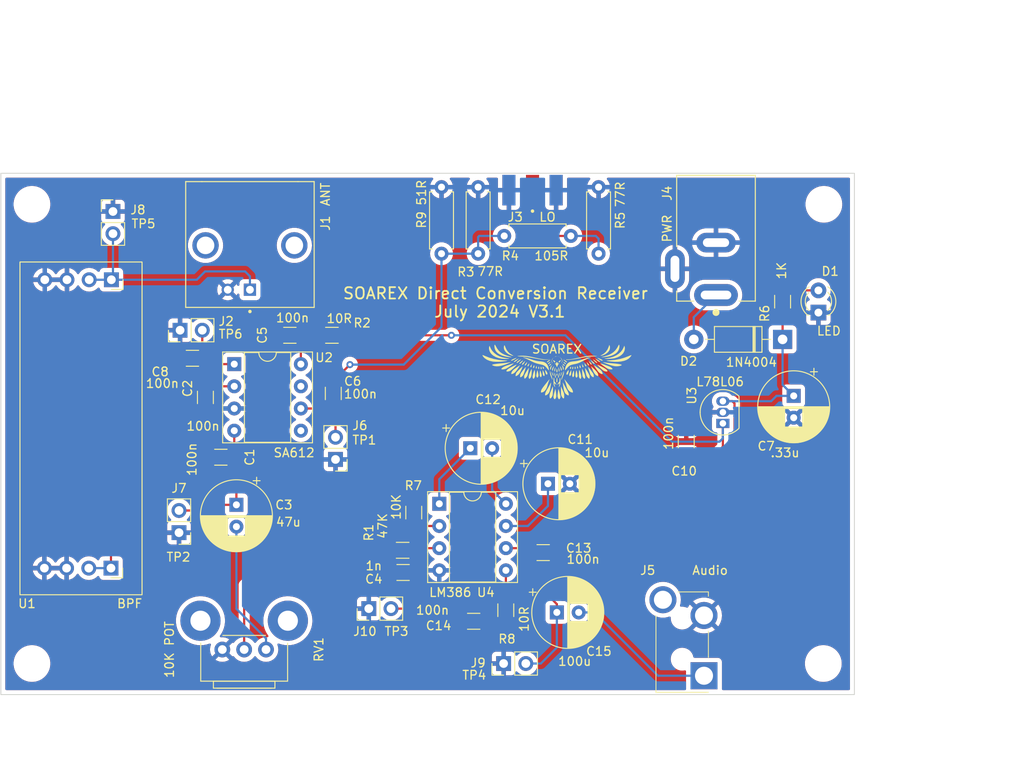
<source format=kicad_pcb>
(kicad_pcb (version 20211014) (generator pcbnew)
  (layers (0 "F.Cu" signal) (31 "B.Cu" signal) (34 "B.Paste" user) (35 "F.Paste" user) (36 "B.SilkS" user "B.Silkscreen") (37 "F.SilkS" user "F.Silkscreen") (38 "B.Mask" user) (39 "F.Mask" user) (44 "Edge.Cuts" user))
  (net 0 "")
  (net 1 "Net-(C1-Pad1)")
  (net 2 "GND")
  (net 3 "Net-(C2-Pad1)")
  (net 4 "Net-(C3-Pad2)")
  (net 5 "Net-(C4-Pad1)")
  (net 6 "Net-(C5-Pad1)")
  (net 7 "Net-(C6-Pad1)")
  (net 8 "12V")
  (net 9 "RX6V")
  (net 10 "Net-(D1-Pad2)")
  (net 11 "Net-(D2-Pad2)")
  (net 12 "Net-(C6-Pad2)")
  (net 13 "Net-(J1-Pad1)")
  (net 14 "Net-(J3-Pad1)")
  (net 15 "Net-(R1-Pad1)")
  (net 16 "Net-(C8-Pad1)")
  (net 19 "Net-(C11-Pad1)")
  (net 20 "Net-(C12-Pad1)")
  (net 21 "Net-(C12-Pad2)")
  (net 22 "Net-(C14-Pad1)")
  (net 23 "Net-(C15-Pad1)")
  (net 24 "Net-(C15-Pad2)")
  (net 25 "Net-(R7-Pad2)")
  (net 27 "Net-(C8-Pad2)")
  (footprint "Connector_PinHeader_2.54mm:PinHeader_1x02_P2.54mm_Vertical" (layer "F.Cu") (at 140.716 101.6 90)
    (fp_text reference "J10" (at -2.6035 -0.4445 180) (layer "F.SilkS"))
    (fp_text value "TP3" (at -2.6035 3.175 180) (layer "F.SilkS"))
    (pad "1" thru_hole rect (at 0 0 90) (size 1.7 1.7) (drill 1) (layers *.Cu *.Mask) (net 2 "GND"))
    (pad "2" thru_hole oval (at 0 2.54 90) (size 1.7 1.7) (drill 1) (layers *.Cu *.Mask) (net 5 "Net-(C4-Pad1)"))
  )
  (footprint "Capacitor_THT:CP_Radial_D8.0mm_P2.50mm" (layer "F.Cu") (at 189.3335 77.240349 -90)
    (fp_text reference "C7" (at 5.754151 3.1515 -180) (layer "F.SilkS"))
    (fp_text value ".33u" (at 6.516151 0.9925 -180) (layer "F.SilkS"))
    (pad "1" thru_hole rect (at 0 0 270) (size 1.6 1.6) (drill 0.8) (layers *.Cu *.Mask) (net 8 "12V"))
    (pad "2" thru_hole circle (at 2.5 0 270) (size 1.6 1.6) (drill 0.8) (layers *.Cu *.Mask) (net 2 "GND"))
  )
  (footprint "Capacitor_THT:CP_Radial_D8.0mm_P2.50mm" (layer "F.Cu") (at 161.2165 87.3025)
    (fp_text reference "C11" (at 3.692651 -5.08) (layer "F.SilkS"))
    (fp_text value "10u" (at 5.598 -3.546) (layer "F.SilkS"))
    (pad "1" thru_hole rect (at 0 0) (size 1.6 1.6) (drill 0.8) (layers *.Cu *.Mask) (net 19 "Net-(C11-Pad1)"))
    (pad "2" thru_hole circle (at 2.5 0) (size 1.6 1.6) (drill 0.8) (layers *.Cu *.Mask) (net 2 "GND"))
  )
  (footprint "Capacitor_SMD:C_1206_3216Metric" (layer "F.Cu") (at 120.5357 72.9361)
    (fp_text reference "C8" (at -3.6957 1.5494 180) (layer "F.SilkS"))
    (fp_text value "100n" (at -3.4417 2.8829) (layer "F.SilkS"))
    (pad "1" smd roundrect (at -1.475 0) (size 1.15 1.8) (layers "F.Cu" "F.Paste" "F.Mask") (roundrect_rratio 0.2173913043) (net 16 "Net-(C8-Pad1)"))
    (pad "2" smd roundrect (at 1.475 0) (size 1.15 1.8) (layers "F.Cu" "F.Paste" "F.Mask") (roundrect_rratio 0.2173913043) (net 27 "Net-(C8-Pad2)"))
  )
  (footprint "Custom_RF:CUI_PJ-002A" (layer "F.Cu") (at 180.4435 65.693 90)
    (fp_text reference "J4" (at 11.6545 -5.588 90) (layer "F.SilkS") (effects (font (size 1.000827 1.000827))))
    (fp_text value "PWR" (at 7.62 -5.588 90) (layer "F.SilkS") (effects (font (size 1.001181 1.001181))))
    (pad "1" thru_hole oval (at 0 0 90) (size 2.5 5) (drill oval 1 3.5) (layers *.Cu *.Mask) (net 11 "Net-(D2-Pad2)"))
    (pad "2" thru_hole oval (at 6 0 90) (size 2.25 4.5) (drill oval 1 3) (layers *.Cu *.Mask) (net 2 "GND"))
    (pad "3" thru_hole oval (at 3 -4.7 90) (size 4.5 2.25) (drill oval 3 1) (layers *.Cu *.Mask) (net 2 "GND"))
  )
  (footprint "Resistor_SMD:R_1206_3216Metric" (layer "F.Cu") (at 145.859151 90.6045 -90)
    (fp_text reference "R7" (at -3.0888 0.050451 180) (layer "F.SilkS"))
    (fp_text value "10K" (at -0.6504 2.006251 -90) (layer "F.SilkS"))
    (pad "1" smd roundrect (at -1.4625 0 270) (size 1.125 1.75) (layers "F.Cu" "F.Paste" "F.Mask") (roundrect_rratio 0.2222222222) (net 2 "GND"))
    (pad "2" smd roundrect (at 1.4625 0 270) (size 1.125 1.75) (layers "F.Cu" "F.Paste" "F.Mask") (roundrect_rratio 0.2222222222) (net 25 "Net-(R7-Pad2)"))
  )
  (footprint "Resistor_THT:R_Axial_DIN0207_L6.3mm_D2.5mm_P7.62mm_Horizontal" (layer "F.Cu") (at 156.21 58.928)
    (fp_text reference "R4" (at 0.6985 2.286) (layer "F.SilkS"))
    (fp_text value "105R" (at 5.3975 2.286) (layer "F.SilkS"))
    (pad "1" thru_hole circle (at 0 0) (size 1.6 1.6) (drill 0.8) (layers *.Cu *.Mask) (net 7 "Net-(C6-Pad1)"))
    (pad "2" thru_hole oval (at 7.62 0) (size 1.6 1.6) (drill 0.8) (layers *.Cu *.Mask) (net 14 "Net-(J3-Pad1)"))
  )
  (footprint "Resistor_THT:R_Axial_DIN0207_L6.3mm_D2.5mm_P7.62mm_Horizontal" (layer "F.Cu") (at 149.0345 60.96 90)
    (fp_text reference "R9" (at 3.8735 -2.286 90) (layer "F.SilkS"))
    (fp_text value "51R" (at 6.985 -2.286 90) (layer "F.SilkS"))
    (pad "1" thru_hole circle (at 0 0 90) (size 1.6 1.6) (drill 0.8) (layers *.Cu *.Mask) (net 7 "Net-(C6-Pad1)"))
    (pad "2" thru_hole oval (at 7.62 0 90) (size 1.6 1.6) (drill 0.8) (layers *.Cu *.Mask) (net 2 "GND"))
  )
  (footprint "Capacitor_SMD:C_1206_3216Metric" (layer "F.Cu") (at 122.0189 77.4165 -90)
    (fp_text reference "C2" (at -1.026 2.042 -90) (layer "F.SilkS"))
    (fp_text value "100n" (at 3.292 0.264 180) (layer "F.SilkS"))
    (pad "1" smd roundrect (at -1.475 0 270) (size 1.15 1.8) (layers "F.Cu" "F.Paste" "F.Mask") (roundrect_rratio 0.2173913043) (net 3 "Net-(C2-Pad1)"))
    (pad "2" smd roundrect (at 1.475 0 270) (size 1.15 1.8) (layers "F.Cu" "F.Paste" "F.Mask") (roundrect_rratio 0.2173913043) (net 2 "GND"))
  )
  (footprint "MountingHole:MountingHole_3.2mm_M3" (layer "F.Cu") (at 192.786 55.3085)
    (fp_text reference "H4" hide)
    (fp_text value "MountingHole" hide)
    (pad "" np_thru_hole circle (at 0 0) (size 3.2 3.2) (drill 3.2) (layers *.Cu *.Mask))
  )
  (footprint "MountingHole:MountingHole_3.2mm_M3" (layer "F.Cu") (at 192.7225 107.8865)
    (fp_text reference "H3" hide)
    (fp_text value "MountingHole" hide)
    (pad "" np_thru_hole circle (at 0 0) (size 3.2 3.2) (drill 3.2) (layers *.Cu *.Mask))
  )
  (footprint "Package_DIP:DIP-8_W7.62mm_Socket" (layer "F.Cu") (at 148.7805 89.5985)
    (fp_text reference "U4" (at 5.324 10.15) (layer "F.SilkS"))
    (fp_text value "LM386" (at 1.26 10.15) (layer "F.SilkS"))
    (pad "1" thru_hole rect (at 0 0) (size 1.6 1.6) (drill 0.8) (layers *.Cu *.Mask) (net 20 "Net-(C12-Pad1)"))
    (pad "2" thru_hole oval (at 0 2.54) (size 1.6 1.6) (drill 0.8) (layers *.Cu *.Mask) (net 25 "Net-(R7-Pad2)"))
    (pad "3" thru_hole oval (at 0 5.08) (size 1.6 1.6) (drill 0.8) (layers *.Cu *.Mask) (net 5 "Net-(C4-Pad1)"))
    (pad "4" thru_hole oval (at 0 7.62) (size 1.6 1.6) (drill 0.8) (layers *.Cu *.Mask) (net 2 "GND"))
    (pad "5" thru_hole oval (at 7.62 7.62) (size 1.6 1.6) (drill 0.8) (layers *.Cu *.Mask) (net 23 "Net-(C15-Pad1)"))
    (pad "6" thru_hole oval (at 7.62 5.08) (size 1.6 1.6) (drill 0.8) (layers *.Cu *.Mask) (net 8 "12V"))
    (pad "7" thru_hole oval (at 7.62 2.54) (size 1.6 1.6) (drill 0.8) (layers *.Cu *.Mask) (net 19 "Net-(C11-Pad1)"))
    (pad "8" thru_hole oval (at 7.62 0) (size 1.6 1.6) (drill 0.8) (layers *.Cu *.Mask) (net 21 "Net-(C12-Pad2)"))
  )
  (footprint "MountingHole:MountingHole_3.2mm_M3" (layer "F.Cu") (at 102.1715 107.8865)
    (fp_text reference "H2" hide)
    (fp_text value "MountingHole" hide)
    (pad "" np_thru_hole circle (at 0 0) (size 3.2 3.2) (drill 3.2) (layers *.Cu *.Mask))
  )
  (footprint "Package_TO_SOT_THT:TO-92_Inline" (layer "F.Cu") (at 181.229 80.391 90)
    (fp_text reference "U3" (at 3.175 -3.556 90) (layer "F.SilkS"))
    (fp_text value "L78L06" (at 4.7625 -0.3175 180) (layer "F.SilkS"))
    (pad "1" thru_hole rect (at 0 0 90) (size 1.05 1.5) (drill 0.75) (layers *.Cu *.Mask) (net 9 "RX6V"))
    (pad "2" thru_hole oval (at 1.27 0 90) (size 1.05 1.5) (drill 0.75) (layers *.Cu *.Mask) (net 2 "GND"))
    (pad "3" thru_hole oval (at 2.54 0 90) (size 1.05 1.5) (drill 0.75) (layers *.Cu *.Mask) (net 8 "12V"))
  )
  (footprint "Connector_PinHeader_2.54mm:PinHeader_1x02_P2.54mm_Vertical" (layer "F.Cu") (at 136.906 84.5185 180)
    (fp_text reference "J6" (at -2.794 3.8735) (layer "F.SilkS"))
    (fp_text value "TP1" (at -3.302 2.2225) (layer "F.SilkS"))
    (pad "1" thru_hole rect (at 0 0 180) (size 1.7 1.7) (drill 1) (layers *.Cu *.Mask) (net 2 "GND"))
    (pad "2" thru_hole oval (at 0 2.54 180) (size 1.7 1.7) (drill 1) (layers *.Cu *.Mask) (net 12 "Net-(C6-Pad2)"))
  )
  (footprint "Resistor_SMD:R_1206_3216Metric" (layer "F.Cu") (at 156.3905 101.7805 90)
    (fp_text reference "R8" (at -3.302 0.136651) (layer "F.SilkS"))
    (fp_text value "10R" (at -1.016 2.1055 270) (layer "F.SilkS"))
    (pad "1" smd roundrect (at -1.4625 0 90) (size 1.125 1.75) (layers "F.Cu" "F.Paste" "F.Mask") (roundrect_rratio 0.2222222222) (net 22 "Net-(C14-Pad1)"))
    (pad "2" smd roundrect (at 1.4625 0 90) (size 1.125 1.75) (layers "F.Cu" "F.Paste" "F.Mask") (roundrect_rratio 0.2222222222) (net 23 "Net-(C15-Pad1)"))
  )
  (footprint "Capacitor_THT:CP_Radial_D8.0mm_P2.50mm" (layer "F.Cu") (at 162.2325 102.0345)
    (fp_text reference "C15" (at 4.8106 4.455) (layer "F.SilkS"))
    (fp_text value "100u" (at 2.042 5.598) (layer "F.SilkS"))
    (pad "1" thru_hole rect (at 0 0) (size 1.6 1.6) (drill 0.8) (layers *.Cu *.Mask) (net 23 "Net-(C15-Pad1)"))
    (pad "2" thru_hole circle (at 2.5 0) (size 1.6 1.6) (drill 0.8) (layers *.Cu *.Mask) (net 24 "Net-(C15-Pad2)"))
  )
  (footprint "Connector_PinHeader_2.54mm:PinHeader_1x02_P2.54mm_Vertical" (layer "F.Cu") (at 118.999 92.9055 180)
    (fp_text reference "J7" (at 0 5.085) (layer "F.SilkS"))
    (fp_text value "TP2" (at 0.0635 -2.794) (layer "F.SilkS"))
    (pad "1" thru_hole rect (at 0 0 180) (size 1.7 1.7) (drill 1) (layers *.Cu *.Mask) (net 2 "GND"))
    (pad "2" thru_hole oval (at 0 2.54 180) (size 1.7 1.7) (drill 1) (layers *.Cu *.Mask) (net 1 "Net-(C1-Pad1)"))
  )
  (footprint "Capacitor_SMD:C_1206_3216Metric" (layer "F.Cu") (at 136.652 76.962 -90)
    (fp_text reference "C6" (at -1.397 -2.2225) (layer "F.SilkS"))
    (fp_text value "100n" (at 0.0635 -3.1115) (layer "F.SilkS"))
    (pad "1" smd roundrect (at -1.475 0 270) (size 1.15 1.8) (layers "F.Cu" "F.Paste" "F.Mask") (roundrect_rratio 0.2173913043) (net 7 "Net-(C6-Pad1)"))
    (pad "2" smd roundrect (at 1.475 0 270) (size 1.15 1.8) (layers "F.Cu" "F.Paste" "F.Mask") (roundrect_rratio 0.2173913043) (net 12 "Net-(C6-Pad2)"))
  )
  (footprint "Capacitor_SMD:C_1206_3216Metric" (layer "F.Cu") (at 144.638151 97.4625 180)
    (fp_text reference "C4" (at 3.351 -0.762 180) (layer "F.SilkS"))
    (fp_text value "1n" (at 3.351 0.762 180) (layer "F.SilkS"))
    (pad "1" smd roundrect (at -1.475 0 180) (size 1.15 1.8) (layers "F.Cu" "F.Paste" "F.Mask") (roundrect_rratio 0.2173913043) (net 5 "Net-(C4-Pad1)"))
    (pad "2" smd roundrect (at 1.475 0 180) (size 1.15 1.8) (layers "F.Cu" "F.Paste" "F.Mask") (roundrect_rratio 0.2173913043) (net 2 "GND"))
  )
  (footprint "MountingHole:MountingHole_3.2mm_M3" (layer "F.Cu") (at 102.1715 55.3085)
    (fp_text reference "H1" hide)
    (fp_text value "MountingHole" hide)
    (pad "" np_thru_hole circle (at 0 0) (size 3.2 3.2) (drill 3.2) (layers F&B.Cu *.Mask))
  )
  (footprint "Capacitor_SMD:C_1206_3216Metric" (layer "F.Cu") (at 131.6834 70.3045 180)
    (fp_text reference "C5" (at 3.1594 0.01 270) (layer "F.SilkS"))
    (fp_text value "100n" (at -0.3077 1.9912 180) (layer "F.SilkS"))
    (pad "1" smd roundrect (at -1.475 0 180) (size 1.15 1.8) (layers "F.Cu" "F.Paste" "F.Mask") (roundrect_rratio 0.2173913043) (net 6 "Net-(C5-Pad1)"))
    (pad "2" smd roundrect (at 1.475 0 180) (size 1.15 1.8) (layers "F.Cu" "F.Paste" "F.Mask") (roundrect_rratio 0.2173913043) (net 2 "GND"))
  )
  (footprint "Custom_RF:Bourns_PTV09A_Horizontal_Pot" (layer "F.Cu") (at 123.9535 106.286 -90)
    (fp_text reference "RV1" (at 0 -11.05 90) (layer "F.SilkS"))
    (fp_text value "10K POT" (at 0 6.05 90) (layer "F.SilkS"))
    (pad "" thru_hole circle (at -3.3 2.5 270) (size 4.6 4.6) (drill 2.3) (layers *.Cu *.Mask))
    (pad "" thru_hole circle (at -3.3 -7.5 270) (size 4.6 4.6) (drill 2.3) (layers *.Cu *.Mask))
    (pad "1" thru_hole circle (at 0 0 270) (size 1.8 1.8) (drill 1) (layers *.Cu *.Mask) (net 2 "GND"))
    (pad "2" thru_hole circle (at 0 -2.5 270) (size 1.8 1.8) (drill 1) (layers *.Cu *.Mask) (net 15 "Net-(R1-Pad1)"))
    (pad "3" thru_hole circle (at 0 -5 270) (size 1.8 1.8) (drill 1) (layers *.Cu *.Mask) (net 4 "Net-(C3-Pad2)"))
  )
  (footprint "Custom_RF:CONN_1-1337543-0" (layer "F.Cu") (at 127.1143 65.089 -90)
    (fp_text reference "J1" (at -7.62 -8.636 -90) (layer "F.SilkS") (effects (font (size 1.001882 1.001882))))
    (fp_text value "ANT" (at -10.922 -8.636 90) (layer "F.SilkS") (effects (font (size 1.000929 1.000929))))
    (pad "1" thru_hole rect (at 0 0 270) (size 1.398 1.398) (drill 0.89) (layers *.Cu *.Mask) (net 13 "Net-(J1-Pad1)"))
    (pad "2" thru_hole circle (at 0 2.54 270) (size 1.398 1.398) (drill 0.89) (layers *.Cu *.Mask) (net 2 "GND"))
    (pad "P1" thru_hole circle (at -5.08 5.08 270) (size 3.015 3.015) (drill 2.01) (layers *.Cu *.Mask))
    (pad "P2" thru_hole circle (at -5.08 -5.08 270) (size 3.015 3.015) (drill 2.01) (layers *.Cu *.Mask))
  )
  (footprint "Custom_RF:48322230" (layer "F.Cu") (at 179.0705 109.2855)
    (fp_text reference "J5" (at -6.4394 -12.067) (layer "F.SilkS"))
    (fp_text value "Audio" (at 0.698 -12.067 180) (layer "F.SilkS"))
    (pad "" np_thru_hole circle (at -2.5 -6.6) (size 1.6 1.6) (drill 1.6) (layers *.Cu *.Mask))
    (pad "" np_thru_hole circle (at -2.5 -1.9) (size 1.6 1.6) (drill 1.6) (layers *.Cu *.Mask))
    (pad "1" thru_hole rect (at 0 0) (size 3.092 3.092) (drill 2.0616) (layers *.Cu *.Mask) (net 24 "Net-(C15-Pad2)"))
    (pad "2" thru_hole circle (at 0 -6.9) (size 3.092 3.092) (drill 2.0616) (layers *.Cu *.Mask) (net 2 "GND"))
    (pad "3" thru_hole circle (at -4.7 -8.7) (size 3.092 3.092) (drill 2.0616) (layers *.Cu *.Mask))
  )
  (footprint "Resistor_THT:R_Axial_DIN0207_L6.3mm_D2.5mm_P7.62mm_Horizontal" (layer "F.Cu") (at 153.2255 60.96 90)
    (fp_text reference "R3" (at -2.0955 -1.397 180) (layer "F.SilkS"))
    (fp_text value "77R" (at -2.032 1.397 180) (layer "F.SilkS"))
    (pad "1" thru_hole circle (at 0 0 90) (size 1.6 1.6) (drill 0.8) (layers *.Cu *.Mask) (net 7 "Net-(C6-Pad1)"))
    (pad "2" thru_hole oval (at 7.62 0 90) (size 1.6 1.6) (drill 0.8) (layers *.Cu *.Mask) (net 2 "GND"))
  )
  (footprint "Capacitor_SMD:C_1206_3216Metric" (layer "F.Cu") (at 177.038 82.472 90)
    (fp_text reference "C10" (at -3.3805 -0.238 180) (layer "F.SilkS"))
    (fp_text value "100n" (at 0.9375 -2.016 90) (layer "F.SilkS"))
    (pad "1" smd roundrect (at -1.475 0 90) (size 1.15 1.8) (layers "F.Cu" "F.Paste" "F.Mask") (roundrect_rratio 0.2173913043) (net 9 "RX6V"))
    (pad "2" smd roundrect (at 1.475 0 90) (size 1.15 1.8) (layers "F.Cu" "F.Paste" "F.Mask") (roundrect_rratio 0.2173913043) (net 2 "GND"))
  )
  (footprint "Resistor_SMD:R_1206_3216Metric" (layer "F.Cu") (at 144.589151 94.9225)
    (fp_text reference "R1" (at -3.873151 -2.022 90) (layer "F.SilkS"))
    (fp_text value "47K" (at -2.285651 -2.784 90) (layer "F.SilkS"))
    (pad "1" smd roundrect (at -1.4625 0) (size 1.125 1.75) (layers "F.Cu" "F.Paste" "F.Mask") (roundrect_rratio 0.2222222222) (net 15 "Net-(R1-Pad1)"))
    (pad "2" smd roundrect (at 1.4625 0) (size 1.125 1.75) (layers "F.Cu" "F.Paste" "F.Mask") (roundrect_rratio 0.2222222222) (net 5 "Net-(C4-Pad1)"))
  )
  (footprint "Capacitor_THT:CP_Radial_D8.0mm_P2.50mm" (layer "F.Cu") (at 125.5649 89.715849 -90)
    (fp_text reference "C3" (at 0.009651 -5.4356 180) (layer "F.SilkS"))
    (fp_text value "47u" (at 1.978151 -5.9436 180) (layer "F.SilkS"))
    (pad "1" thru_hole rect (at 0 0 270) (size 1.6 1.6) (drill 0.8) (layers *.Cu *.Mask) (net 1 "Net-(C1-Pad1)"))
    (pad "2" thru_hole circle (at 2.5 0 270) (size 1.6 1.6) (drill 0.8) (layers *.Cu *.Mask) (net 4 "Net-(C3-Pad2)"))
  )
  (footprint "Package_DIP:DIP-8_W7.62mm_Socket" (layer "F.Cu") (at 125.3209 73.6065)
    (fp_text reference "U2" (at 10.277 -0.7466) (layer "F.SilkS"))
    (fp_text value "SA612" (at 6.848 10.15) (layer "F.SilkS"))
    (pad "1" thru_hole rect (at 0 0) (size 1.6 1.6) (drill 0.8) (layers *.Cu *.Mask) (net 27 "Net-(C8-Pad2)"))
    (pad "2" thru_hole oval (at 0 2.54) (size 1.6 1.6) (drill 0.8) (layers *.Cu *.Mask) (net 3 "Net-(C2-Pad1)"))
    (pad "3" thru_hole oval (at 0 5.08) (size 1.6 1.6) (drill 0.8) (layers *.Cu *.Mask) (net 2 "GND"))
    (pad "4" thru_hole oval (at 0 7.62) (size 1.6 1.6) (drill 0.8) (layers *.Cu *.Mask) (net 1 "Net-(C1-Pad1)"))
    (pad "5" thru_hole oval (at 7.62 7.62) (size 1.6 1.6) (drill 0.8) (layers *.Cu *.Mask))
    (pad "6" thru_hole oval (at 7.62 5.08) (size 1.6 1.6) (drill 0.8) (layers *.Cu *.Mask) (net 12 "Net-(C6-Pad2)"))
    (pad "7" thru_hole oval (at 7.62 2.54) (size 1.6 1.6) (drill 0.8) (layers *.Cu *.Mask))
    (pad "8" thru_hole oval (at 7.62 0) (size 1.6 1.6) (drill 0.8) (layers *.Cu *.Mask) (net 6 "Net-(C5-Pad1)"))
  )
  (footprint "Custom_Images:SOAREX_Falcon_20mm" (layer "F.Cu") (at 162.2425 74.422)
    (fp_text reference "G***" hide)
    (fp_text value "LOGO" hide)
    (fp_text user "SOAREX" (at 0 -2.54 unlocked) (layer "F.SilkS"))
  )
  (footprint "Custom_RF:RFSOLUTIONS_CON-SMA-EDGE-S" (layer "F.Cu") (at 159.4485 53.685 -90)
    (fp_text reference "J3" (at 3.084 1.9685 180) (layer "F.SilkS"))
    (fp_text value "LO" (at 3.084 -1.7145 180) (layer "F.SilkS"))
    (pad "1" smd rect (at 0 0 270) (size 3.5 1.5) (layers "F.Cu" "F.Paste" "F.Mask") (net 14 "Net-(J3-Pad1)"))
    (pad "G1" smd rect (at 0 -2.7 270) (size 3.5 1.5) (layers "F.Cu" "F.Paste" "F.Mask") (net 2 "GND"))
    (pad "G2" smd rect (at 0 2.7 270) (size 3.5 1.5) (layers "F.Cu" "F.Paste" "F.Mask") (net 2 "GND"))
    (pad "G3" smd rect (at 0 -2.7 270) (size 3.5 1.5) (layers "B.Cu" "B.Paste" "B.Mask") (net 2 "GND"))
    (pad "G4" smd rect (at 0 2.7 270) (size 3.5 1.5) (layers "B.Cu" "B.Paste" "B.Mask") (net 2 "GND"))
  )
  (footprint "Capacitor_SMD:C_1206_3216Metric" (layer "F.Cu") (at 152.717151 103.0505 180)
    (fp_text reference "C14" (at 4.015 -0.508 180) (layer "F.SilkS"))
    (fp_text value "100n" (at 4.708651 1.27) (layer "F.SilkS"))
    (pad "1" smd roundrect (at -1.475 0 180) (size 1.15 1.8) (layers "F.Cu" "F.Paste" "F.Mask") (roundrect_rratio 0.2173913043) (net 22 "Net-(C14-Pad1)"))
    (pad "2" smd roundrect (at 1.475 0 180) (size 1.15 1.8) (layers "F.Cu" "F.Paste" "F.Mask") (roundrect_rratio 0.2173913043) (net 2 "GND"))
  )
  (footprint "LED_THT:LED_D3.0mm" (layer "F.Cu") (at 192.1637 67.7037 90)
    (fp_text reference "D1" (at 4.7244 1.3462) (layer "F.SilkS"))
    (fp_text value "LED" (at -2.1082 1.1938) (layer "F.SilkS"))
    (pad "1" thru_hole rect (at 0 0 90) (size 1.8 1.8) (drill 0.9) (layers *.Cu *.Mask) (net 2 "GND"))
    (pad "2" thru_hole circle (at 2.54 0 90) (size 1.8 1.8) (drill 0.9) (layers *.Cu *.Mask) (net 10 "Net-(D1-Pad2)"))
  )
  (footprint "Diode_THT:D_DO-41_SOD81_P10.16mm_Horizontal" (layer "F.Cu") (at 188.0635 70.773 180)
    (fp_text reference "D2" (at 10.7588 -2.4933 180) (layer "F.SilkS"))
    (fp_text value "1N4004" (at 3.5706 -2.6203) (layer "F.SilkS"))
    (pad "1" thru_hole rect (at 0 0 180) (size 2.2 2.2) (drill 1.1) (layers *.Cu *.Mask) (net 8 "12V"))
    (pad "2" thru_hole oval (at 10.16 0 180) (size 2.2 2.2) (drill 1.1) (layers *.Cu *.Mask) (net 11 "Net-(D2-Pad2)"))
  )
  (footprint "Capacitor_SMD:C_1206_3216Metric" (layer "F.Cu") (at 160.6695 95.1865)
    (fp_text reference "C13" (at 4.064 -0.508) (layer "F.SilkS"))
    (fp_text value "100n" (at 4.572 0.762 180) (layer "F.SilkS"))
    (pad "1" smd roundrect (at -1.475 0) (size 1.15 1.8) (layers "F.Cu" "F.Paste" "F.Mask") (roundrect_rratio 0.2173913043) (net 8 "12V"))
    (pad "2" smd roundrect (at 1.475 0) (size 1.15 1.8) (layers "F.Cu" "F.Paste" "F.Mask") (roundrect_rratio 0.2173913043) (net 2 "GND"))
  )
  (footprint "Connector_PinHeader_2.54mm:PinHeader_1x02_P2.54mm_Vertical" (layer "F.Cu") (at 156.1415 107.8865 90)
    (fp_text reference "J9" (at 0.0635 -2.916 180) (layer "F.SilkS"))
    (fp_text value "TP4" (at -1.3335 -3.3605 180) (layer "F.SilkS"))
    (pad "1" thru_hole rect (at 0 0 90) (size 1.7 1.7) (drill 1) (layers *.Cu *.Mask) (net 2 "GND"))
    (pad "2" thru_hole oval (at 0 2.54 90) (size 1.7 1.7) (drill 1) (layers *.Cu *.Mask) (net 23 "Net-(C15-Pad1)"))
  )
  (footprint "Capacitor_SMD:C_1206_3216Metric" (layer "F.Cu") (at 123.7869 84.2645 180)
    (fp_text reference "C1" (at -3.302 0 90) (layer "F.SilkS"))
    (fp_text value "100n" (at 3.302 -0.254 90) (layer "F.SilkS"))
    (pad "1" smd roundrect (at -1.475 0 180) (size 1.15 1.8) (layers "F.Cu" "F.Paste" "F.Mask") (roundrect_rratio 0.2173913043) (net 1 "Net-(C1-Pad1)"))
    (pad "2" smd roundrect (at 1.475 0 180) (size 1.15 1.8) (layers "F.Cu" "F.Paste" "F.Mask") (roundrect_rratio 0.2173913043) (net 2 "GND"))
  )
  (footprint "Capacitor_THT:CP_Radial_D8.0mm_P2.50mm" (layer "F.Cu") (at 152.3265 83.2385)
    (fp_text reference "C12" (at 2.042 -5.578) (layer "F.SilkS"))
    (fp_text value "10u" (at 4.836 -4.308) (layer "F.SilkS"))
    (pad "1" thru_hole rect (at 0 0) (size 1.6 1.6) (drill 0.8) (layers *.Cu *.Mask) (net 20 "Net-(C12-Pad1)"))
    (pad "2" thru_hole circle (at 2.5 0) (size 1.6 1.6) (drill 0.8) (layers *.Cu *.Mask) (net 21 "Net-(C12-Pad2)"))
  )
  (footprint "Resistor_THT:R_Axial_DIN0207_L6.3mm_D2.5mm_P7.62mm_Horizontal" (layer "F.Cu") (at 167.005 60.96 90)
    (fp_text reference "R5" (at 3.81 2.4765 90) (layer "F.SilkS"))
    (fp_text value "77R" (at 6.7945 2.4765 90) (layer "F.SilkS"))
    (pad "1" thru_hole circle (at 0 0 90) (size 1.6 1.6) (drill 0.8) (layers *.Cu *.Mask) (net 14 "Net-(J3-Pad1)"))
    (pad "2" thru_hole oval (at 7.62 0 90) (size 1.6 1.6) (drill 0.8) (layers *.Cu *.Mask) (net 2 "GND"))
  )
  (footprint "Resistor_SMD:R_1206_3216Metric" (layer "F.Cu") (at 188.0635 66.455 90)
    (fp_text reference "R6" (at -1.3503 -2.0466 90) (layer "F.SilkS"))
    (fp_text value "1K" (at 3.5519 -0.1162 90) (layer "F.SilkS"))
    (pad "1" smd roundrect (at -1.4625 0 90) (size 1.125 1.75) (layers "F.Cu" "F.Paste" "F.Mask") (roundrect_rratio 0.2222222222) (net 8 "12V"))
    (pad "2" smd roundrect (at 1.4625 0 90) (size 1.125 1.75) (layers "F.Cu" "F.Paste" "F.Mask") (roundrect_rratio 0.2222222222) (net 10 "Net-(D1-Pad2)"))
  )
  (footprint "Custom_RF:QRPLabs_Filter_TH" (layer "F.Cu") (at 105.8799 74.1045 -90)
    (fp_text reference "U1" (at 26.924 4.2799 unlocked) (layer "F.SilkS"))
    (fp_text value "BPF" (at 26.924 -7.4676 unlocked) (layer "F.SilkS"))
    (pad "1" thru_hole rect (at -10.16 -5.38 270) (size 1.7 1.7) (drill 1) (layers *.Cu *.Mask) (net 13 "Net-(J1-Pad1)"))
    (pad "2" thru_hole oval (at -10.16 -2.84 270) (size 1.7 1.7) (drill 1) (layers *.Cu *.Mask) (net 13 "Net-(J1-Pad1)"))
    (pad "3" thru_hole oval (at -10.16 -0.3 270) (size 1.7 1.7) (drill 1) (layers *.Cu *.Mask) (net 2 "GND"))
    (pad "4" thru_hole oval (at -10.16 2.24 270) (size 1.7 1.7) (drill 1) (layers *.Cu *.Mask) (net 2 "GND"))
    (pad "5" thru_hole oval (at 22.86 2.286 270) (size 1.7 1.7) (drill 1) (layers *.Cu *.Mask) (net 2 "GND"))
    (pad "6" thru_hole oval (at 22.86 -0.254 270) (size 1.7 1.7) (drill 1) (layers *.Cu *.Mask) (net 2 "GND"))
    (pad "7" thru_hole oval (at 22.86 -2.794 270) (size 1.7 1.7) (drill 1) (layers *.Cu *.Mask) (net 16 "Net-(C8-Pad1)"))
    (pad "8" thru_hole rect (at 22.86 -5.334 270) (size 1.7 1.7) (drill 1) (layers *.Cu *.Mask) (net 16 "Net-(C8-Pad1)"))
  )
  (footprint "Connector_PinHeader_2.54mm:PinHeader_1x02_P2.54mm_Vertical" (layer "F.Cu") (at 111.4425 56.129)
    (fp_text reference "J8" (at 2.8575 -0.1855) (layer "F.SilkS"))
    (fp_text value "TP5" (at 3.4925 1.402) (layer "F.SilkS"))
    (pad "1" thru_hole rect (at 0 0) (size 1.7 1.7) (drill 1) (layers *.Cu *.Mask) (net 2 "GND"))
    (pad "2" thru_hole oval (at 0 2.54) (size 1.7 1.7) (drill 1) (layers *.Cu *.Mask) (net 13 "Net-(J1-Pad1)"))
  )
  (footprint "Connector_PinHeader_2.54mm:PinHeader_1x02_P2.54mm_Vertical" (layer "F.Cu") (at 119.121 69.723 90)
    (fp_text reference "J2" (at 1.016 5.2755 180) (layer "F.SilkS"))
    (fp_text value "TP6" (at -0.4445 5.7835 180) (layer "F.SilkS"))
    (pad "1" thru_hole rect (at 0 0 90) (size 1.7 1.7) (drill 1) (layers *.Cu *.Mask) (net 2 "GND"))
    (pad "2" thru_hole oval (at 0 2.54 90) (size 1.7 1.7) (drill 1) (layers *.Cu *.Mask) (net 27 "Net-(C8-Pad2)"))
  )
  (footprint "Resistor_SMD:R_1206_3216Metric" (layer "F.Cu") (at 136.4969 70.3045 180)
    (fp_text reference "R2" (at -3.4571 1.407 180) (layer "F.SilkS"))
    (fp_text value "10R" (at -0.8536 1.915 180) (layer "F.SilkS"))
    (pad "1" smd roundrect (at -1.4625 0 180) (size 1.125 1.75) (layers "F.Cu" "F.Paste" "F.Mask") (roundrect_rratio 0.2222222222) (net 9 "RX6V"))
    (pad "2" smd roundrect (at 1.4625 0 180) (size 1.125 1.75) (layers "F.Cu" "F.Paste" "F.Mask") (roundrect_rratio 0.2222222222) (net 6 "Net-(C5-Pad1)"))
  )
  (gr_rect (start 196.2785 111.4425) (end 98.6155 51.7525) (layer "Edge.Cuts") (width 0.1) (fill none))
  (gr_text "SOAREX Direct Conversion Receiver \nJuly 2024 V3.1" (at 155.702 66.548) (layer "F.SilkS") (effects (font (size 1.3 1.3) (thickness 0.2))))
  (segment (start 122.691651 89.715849) (end 125.5649 89.715849) (width 0.25) (layer "F.Cu") (net 1))
  (segment (start 122.042 90.3655) (end 122.691651 89.715849) (width 0.25) (layer "F.Cu") (net 1))
  (segment (start 125.3209 84.2055) (end 125.2619 84.2645) (width 0.25) (layer "F.Cu") (net 1))
  (segment (start 125.5649 84.5675) (end 125.5649 89.715849) (width 0.25) (layer "F.Cu") (net 1))
  (segment (start 118.999 90.3655) (end 122.042 90.3655) (width 0.25) (layer "F.Cu") (net 1))
  (segment (start 125.2619 84.2645) (end 125.5649 84.5675) (width 0.25) (layer "F.Cu") (net 1))
  (segment (start 125.3209 81.2265) (end 125.3209 84.2055) (width 0.25) (layer "F.Cu") (net 1))
  (segment (start 122.2239 76.1465) (end 125.3209 76.1465) (width 0.25) (layer "F.Cu") (net 3))
  (segment (start 122.0189 75.9415) (end 122.2239 76.1465) (width 0.25) (layer "F.Cu") (net 3))
  (segment (start 125.5649 92.215849) (end 125.5649 101.6254) (width 0.25) (layer "B.Cu") (net 4))
  (segment (start 125.5649 101.6254) (end 128.9535 105.014) (width 0.25) (layer "B.Cu") (net 4))
  (segment (start 128.9535 105.014) (end 128.9535 106.286) (width 0.25) (layer "B.Cu") (net 4))
  (segment (start 146.051651 94.9225) (end 146.295651 94.6785) (width 0.25) (layer "F.Cu") (net 5))
  (segment (start 146.051651 94.9225) (end 146.051651 97.401) (width 0.25) (layer "F.Cu") (net 5))
  (segment (start 144.8435 101.6) (end 143.256 101.6) (width 0.25) (layer "F.Cu") (net 5))
  (segment (start 146.113151 100.330349) (end 144.8435 101.6) (width 0.25) (layer "F.Cu") (net 5))
  (segment (start 146.051651 97.401) (end 146.113151 97.4625) (width 0.25) (layer "F.Cu") (net 5))
  (segment (start 146.113151 97.4625) (end 146.113151 100.330349) (width 0.25) (layer "F.Cu") (net 5))
  (segment (start 146.295651 94.6785) (end 148.7805 94.6785) (width 0.25) (layer "F.Cu") (net 5))
  (segment (start 133.1584 70.3045) (end 135.0344 70.3045) (width 0.25) (layer "F.Cu") (net 6))
  (segment (start 133.1584 70.3045) (end 132.9409 70.522) (width 0.25) (layer "F.Cu") (net 6))
  (segment (start 132.9409 70.522) (end 132.9409 73.6065) (width 0.25) (layer "F.Cu") (net 6))
  (segment (start 136.73 75.487) (end 138.557 73.66) (width 0.25) (layer "F.Cu") (net 7))
  (segment (start 136.652 75.487) (end 136.73 75.487) (width 0.25) (layer "F.Cu") (net 7))
  (via (at 138.557 73.66) (size 0.8) (drill 0.4) (layers "F.Cu" "B.Cu") (net 7))
  (segment (start 144.7165 73.66) (end 138.557 73.66) (width 0.25) (layer "B.Cu") (net 7))
  (segment (start 153.2255 59.055) (end 153.2255 60.96) (width 0.25) (layer "B.Cu") (net 7))
  (segment (start 156.21 58.928) (end 153.3525 58.928) (width 0.25) (layer "B.Cu") (net 7))
  (segment (start 153.2255 60.96) (end 149.0345 60.96) (width 0.25) (layer "B.Cu") (net 7))
  (segment (start 149.0345 69.342) (end 144.7165 73.66) (width 0.25) (layer "B.Cu") (net 7))
  (segment (start 153.3525 58.928) (end 153.2255 59.055) (width 0.25) (layer "B.Cu") (net 7))
  (segment (start 149.0345 60.96) (end 149.0345 69.342) (width 0.25) (layer "B.Cu") (net 7))
  (segment (start 159.2335 95.1765) (end 161.2555 93.1545) (width 0.25) (layer "F.Cu") (net 8))
  (segment (start 181.2925 93.1545) (end 182.5625 91.8845) (width 0.25) (layer "F.Cu") (net 8))
  (segment (start 158.7355 94.6785) (end 159.2335 95.1765) (width 0.25) (layer "F.Cu") (net 8))
  (segment (start 188.0635 67.9175) (end 188.0635 70.773) (width 0.25) (layer "F.Cu") (net 8))
  (segment (start 182.5625 78.105) (end 182.3085 77.851) (width 0.25) (layer "F.Cu") (net 8))
  (segment (start 161.2555 93.1545) (end 181.2925 93.1545) (width 0.25) (layer "F.Cu") (net 8))
  (segment (start 156.4005 94.6785) (end 158.7355 94.6785) (width 0.25) (layer "F.Cu") (net 8))
  (segment (start 182.5625 91.8845) (end 182.5625 78.105) (width 0.25) (layer "F.Cu") (net 8))
  (segment (start 182.3085 77.851) (end 181.229 77.851) (width 0.25) (layer "F.Cu") (net 8))
  (segment (start 188.0635 75.970349) (end 189.3335 77.240349) (width 0.25) (layer "B.Cu") (net 8))
  (segment (start 186.7535 77.851) (end 187.364151 77.240349) (width 0.25) (layer "B.Cu") (net 8))
  (segment (start 187.364151 77.240349) (end 189.3335 77.240349) (width 0.25) (layer "B.Cu") (net 8))
  (segment (start 188.0635 70.773) (end 188.0635 75.970349) (width 0.25) (layer "B.Cu") (net 8))
  (segment (start 181.229 77.851) (end 186.7535 77.851) (width 0.25) (layer "B.Cu") (net 8))
  (segment (start 181.229 83.058) (end 181.229 80.391) (width 0.25) (layer "F.Cu") (net 9))
  (segment (start 177.038 83.947) (end 180.34 83.947) (width 0.25) (layer "F.Cu") (net 9))
  (segment (start 137.9594 70.3045) (end 150.1675 70.3045) (width 0.25) (layer "F.Cu") (net 9))
  (segment (start 180.34 83.947) (end 181.229 83.058) (width 0.25) (layer "F.Cu") (net 9))
  (via (at 150.1675 70.3045) (size 0.8) (drill 0.4) (layers "F.Cu" "B.Cu") (net 9))
  (segment (start 175.387 82.4865) (end 180.848 82.4865) (width 0.25) (layer "B.Cu") (net 9))
  (segment (start 163.205 70.3045) (end 175.387 82.4865) (width 0.25) (layer "B.Cu") (net 9))
  (segment (start 180.848 82.4865) (end 181.229 82.1055) (width 0.25) (layer "B.Cu") (net 9))
  (segment (start 150.1675 70.3045) (end 163.205 70.3045) (width 0.25) (layer "B.Cu") (net 9))
  (segment (start 181.229 82.1055) (end 181.229 80.391) (width 0.25) (layer "B.Cu") (net 9))
  (segment (start 188.0635 64.9925) (end 188.2347 65.1637) (width 0.25) (layer "F.Cu") (net 10))
  (segment (start 188.2347 65.1637) (end 192.1637 65.1637) (width 0.25) (layer "F.Cu") (net 10))
  (segment (start 177.9035 68.233) (end 180.4435 65.693) (width 0.25) (layer "B.Cu") (net 11))
  (segment (start 177.9035 70.773) (end 177.9035 68.233) (width 0.25) (layer "B.Cu") (net 11))
  (segment (start 136.4025 78.6865) (end 136.652 78.437) (width 0.25) (layer "F.Cu") (net 12))
  (segment (start 132.9409 78.6865) (end 136.4025 78.6865) (width 0.25) (layer "F.Cu") (net 12))
  (segment (start 136.652 78.437) (end 136.906 78.691) (width 0.25) (layer "F.Cu") (net 12))
  (segment (start 136.906 78.691) (end 136.906 81.9785) (width 0.25) (layer "F.Cu") (net 12))
  (segment (start 108.7199 63.9445) (end 111.2599 63.9445) (width 0.25) (layer "B.Cu") (net 13))
  (segment (start 111.4425 58.669) (end 111.4425 63.7619) (width 0.25) (layer "B.Cu") (net 13))
  (segment (start 127.1143 63.5508) (end 127.1143 65.089) (width 0.25) (layer "B.Cu") (net 13))
  (segment (start 121.9835 62.992) (end 126.5555 62.992) (width 0.25) (layer "B.Cu") (net 13))
  (segment (start 121.031 63.9445) (end 121.9835 62.992) (width 0.25) (layer "B.Cu") (net 13))
  (segment (start 111.2599 63.9445) (end 121.031 63.9445) (width 0.25) (layer "B.Cu") (net 13))
  (segment (start 126.5555 62.992) (end 127.1143 63.5508) (width 0.25) (layer "B.Cu") (net 13))
  (segment (start 111.4425 63.7619) (end 111.2599 63.9445) (width 0.25) (layer "B.Cu") (net 13))
  (segment (start 160.02 58.928) (end 163.83 58.928) (width 0.25) (layer "F.Cu") (net 14))
  (segment (start 159.4485 58.3565) (end 160.02 58.928) (width 0.25) (layer "F.Cu") (net 14))
  (segment (start 159.4485 53.685) (end 159.4485 58.3565) (width 0.25) (layer "F.Cu") (net 14))
  (segment (start 167.005 60.96) (end 167.005 59.2455) (width 0.25) (layer "B.Cu") (net 14))
  (segment (start 167.005 59.2455) (end 166.6875 58.928) (width 0.25) (layer "B.Cu") (net 14))
  (segment (start 166.6875 58.928) (end 163.83 58.928) (width 0.25) (layer "B.Cu") (net 14))
  (segment (start 126.4535 98.908) (end 130.439 94.9225) (width 0.25) (layer "F.Cu") (net 15))
  (segment (start 126.4535 106.286) (end 126.4535 98.908) (width 0.25) (layer "F.Cu") (net 15))
  (segment (start 130.439 94.9225) (end 143.126651 94.9225) (width 0.25) (layer "F.Cu") (net 15))
  (segment (start 111.2139 75.1713) (end 111.2139 96.9645) (width 0.25) (layer "F.Cu") (net 16))
  (segment (start 119.0607 72.9361) (end 113.4491 72.9361) (width 0.25) (layer "F.Cu") (net 16))
  (segment (start 113.4491 72.9361) (end 111.2139 75.1713) (width 0.25) (layer "F.Cu") (net 16))
  (segment (start 108.6739 96.9645) (end 111.2139 96.9645) (width 0.25) (layer "B.Cu") (net 16))
  (segment (start 161.2165 89.8425) (end 161.2165 87.3025) (width 0.25) (layer "B.Cu") (net 19))
  (segment (start 156.4005 92.1385) (end 158.9205 92.1385) (width 0.25) (layer "B.Cu") (net 19))
  (segment (start 158.9205 92.1385) (end 161.2165 89.8425) (width 0.25) (layer "B.Cu") (net 19))
  (segment (start 148.7805 89.5985) (end 148.7805 86.7845) (width 0.25) (layer "B.Cu") (net 20))
  (segment (start 148.7805 86.7845) (end 152.3265 83.2385) (width 0.25) (layer "B.Cu") (net 20))
  (segment (start 154.8265 88.0245) (end 156.4005 89.5985) (width 0.25) (layer "B.Cu") (net 21))
  (segment (start 154.8265 83.2385) (end 154.8265 88.0245) (width 0.25) (layer "B.Cu") (net 21))
  (segment (start 156.198 103.0505) (end 156.3905 103.243) (width 0.25) (layer "F.Cu") (net 22))
  (segment (start 154.192151 103.0505) (end 156.198 103.0505) (width 0.25) (layer "F.Cu") (net 22))
  (segment (start 162.2325 101.082) (end 162.2325 102.0345) (width 0.25) (layer "F.Cu") (net 23))
  (segment (start 156.4005 100.308) (end 156.3905 100.318) (width 0.25) (layer "F.Cu") (net 23))
  (segment (start 156.4005 97.2185) (end 156.4005 100.308) (width 0.25) (layer "F.Cu") (net 23))
  (segment (start 156.3905 100.318) (end 161.4685 100.318) (width 0.25) (layer "F.Cu") (net 23))
  (segment (start 161.4685 100.318) (end 162.2325 101.082) (width 0.25) (layer "F.Cu") (net 23))
  (segment (start 162.2325 102.0345) (end 162.2325 106.055) (width 0.25) (layer "B.Cu") (net 23))
  (segment (start 162.2325 106.055) (end 160.401 107.8865) (width 0.25) (layer "B.Cu") (net 23))
  (segment (start 160.401 107.8865) (end 158.6815 107.8865) (width 0.25) (layer "B.Cu") (net 23))
  (segment (start 173.8015 109.2855) (end 166.5505 102.0345) (width 0.25) (layer "B.Cu") (net 24))
  (segment (start 179.0705 109.2855) (end 173.8015 109.2855) (width 0.25) (layer "B.Cu") (net 24))
  (segment (start 166.5505 102.0345) (end 164.7325 102.0345) (width 0.25) (layer "B.Cu") (net 24))
  (segment (start 145.859151 92.067) (end 145.930651 92.1385) (width 0.25) (layer "F.Cu") (net 25))
  (segment (start 145.930651 92.1385) (end 148.7805 92.1385) (width 0.25) (layer "F.Cu") (net 25))
  (segment (start 121.661 69.723) (end 121.661 72.5864) (width 0.25) (layer "F.Cu") (net 27))
  (segment (start 121.661 72.5864) (end 122.0107 72.9361) (width 0.25) (layer "F.Cu") (net 27))
  (segment (start 122.0107 72.9361) (end 122.6811 73.6065) (width 0.25) (layer "F.Cu") (net 27))
  (segment (start 122.6811 73.6065) (end 125.3209 73.6065) (width 0.25) (layer "F.Cu") (net 27))
  (zone (net 2) (net_name "GND") (layers F&B.Cu) (connect_pads (clearance 0.508)) (min_thickness 0.254) (fill yes (thermal_gap 0.508) (thermal_bridge_width 0.508))
    (polygon (pts (xy 196.2785 111.4425) (xy 98.6155 111.4425) (xy 98.6409 51.7525) (xy 196.2785 51.7525)))
  )
)
</source>
